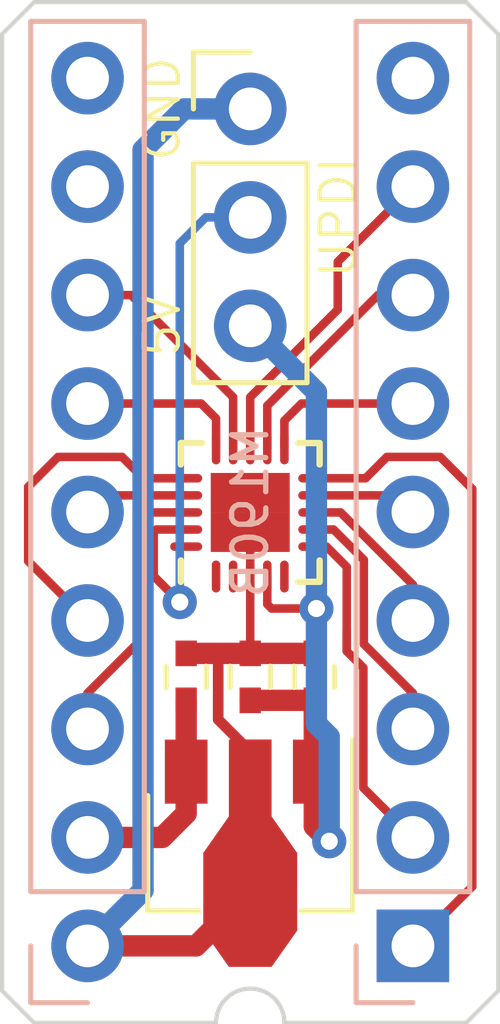
<source format=kicad_pcb>
(kicad_pcb (version 20171130) (host pcbnew "(5.1.7)-1")

  (general
    (thickness 1.6)
    (drawings 14)
    (tracks 100)
    (zones 0)
    (modules 8)
    (nets 25)
  )

  (page A4)
  (layers
    (0 F.Cu signal)
    (31 B.Cu signal)
    (32 B.Adhes user)
    (33 F.Adhes user)
    (34 B.Paste user)
    (35 F.Paste user)
    (36 B.SilkS user)
    (37 F.SilkS user)
    (38 B.Mask user)
    (39 F.Mask user)
    (40 Dwgs.User user)
    (41 Cmts.User user)
    (42 Eco1.User user)
    (43 Eco2.User user hide)
    (44 Edge.Cuts user)
    (45 Margin user)
    (46 B.CrtYd user hide)
    (47 F.CrtYd user)
    (48 B.Fab user hide)
    (49 F.Fab user hide)
  )

  (setup
    (last_trace_width 0.25)
    (user_trace_width 0.2)
    (user_trace_width 0.5)
    (trace_clearance 0.2)
    (zone_clearance 0.508)
    (zone_45_only no)
    (trace_min 0.2)
    (via_size 0.8)
    (via_drill 0.4)
    (via_min_size 0.4)
    (via_min_drill 0.3)
    (uvia_size 0.3)
    (uvia_drill 0.1)
    (uvias_allowed no)
    (uvia_min_size 0.2)
    (uvia_min_drill 0.1)
    (edge_width 0.05)
    (segment_width 0.2)
    (pcb_text_width 0.3)
    (pcb_text_size 1.5 1.5)
    (mod_edge_width 0.12)
    (mod_text_size 1 1)
    (mod_text_width 0.15)
    (pad_size 1.7 1.7)
    (pad_drill 1)
    (pad_to_mask_clearance 0)
    (aux_axis_origin 0 0)
    (visible_elements 7FFFFF7F)
    (pcbplotparams
      (layerselection 0x010fc_ffffffff)
      (usegerberextensions true)
      (usegerberattributes true)
      (usegerberadvancedattributes true)
      (creategerberjobfile false)
      (excludeedgelayer true)
      (linewidth 0.100000)
      (plotframeref false)
      (viasonmask false)
      (mode 1)
      (useauxorigin false)
      (hpglpennumber 1)
      (hpglpenspeed 20)
      (hpglpendiameter 15.000000)
      (psnegative false)
      (psa4output false)
      (plotreference true)
      (plotvalue false)
      (plotinvisibletext false)
      (padsonsilk false)
      (subtractmaskfromsilk true)
      (outputformat 1)
      (mirror false)
      (drillshape 0)
      (scaleselection 1)
      (outputdirectory "gerber"))
  )

  (net 0 "")
  (net 1 +5V)
  (net 2 IC3101_P1)
  (net 3 IC3101_P2)
  (net 4 IC3101_P3)
  (net 5 IC3101_P4)
  (net 6 IC3101_P5)
  (net 7 IC3101_P6)
  (net 8 IC3101_P7)
  (net 9 IC3101_P8)
  (net 10 IC3101_P16)
  (net 11 IC3101_P15)
  (net 12 IC3101_P14)
  (net 13 IC3101_P13)
  (net 14 IC3101_P12)
  (net 15 "Net-(J3-Pad8)")
  (net 16 GND)
  (net 17 +12V)
  (net 18 "Net-(U1-Pad1)")
  (net 19 "Net-(U1-Pad2)")
  (net 20 "Net-(U1-Pad5)")
  (net 21 "Net-(U1-Pad20)")
  (net 22 UPDI)
  (net 23 "Net-(J3-Pad9)")
  (net 24 "Net-(J5-Pad9)")

  (net_class Default "This is the default net class."
    (clearance 0.2)
    (trace_width 0.25)
    (via_dia 0.8)
    (via_drill 0.4)
    (uvia_dia 0.3)
    (uvia_drill 0.1)
    (add_net +12V)
    (add_net +5V)
    (add_net GND)
    (add_net IC3101_P1)
    (add_net IC3101_P12)
    (add_net IC3101_P13)
    (add_net IC3101_P14)
    (add_net IC3101_P15)
    (add_net IC3101_P16)
    (add_net IC3101_P2)
    (add_net IC3101_P3)
    (add_net IC3101_P4)
    (add_net IC3101_P5)
    (add_net IC3101_P6)
    (add_net IC3101_P7)
    (add_net IC3101_P8)
    (add_net "Net-(J3-Pad8)")
    (add_net "Net-(J3-Pad9)")
    (add_net "Net-(J5-Pad9)")
    (add_net "Net-(U1-Pad1)")
    (add_net "Net-(U1-Pad2)")
    (add_net "Net-(U1-Pad20)")
    (add_net "Net-(U1-Pad5)")
    (add_net UPDI)
  )

  (module Pin_Headers:Pin_Header_Straight_1x03_Pitch2.54mm (layer F.Cu) (tedit 634BCAA6) (tstamp 634C3E6D)
    (at 107.95 115)
    (descr "Through hole straight pin header, 1x03, 2.54mm pitch, single row")
    (tags "Through hole pin header THT 1x03 2.54mm single row")
    (path /5F951CFE)
    (fp_text reference J4 (at 0 -2.33) (layer F.SilkS) hide
      (effects (font (size 1 1) (thickness 0.15)))
    )
    (fp_text value Conn_01x03_Male (at 0 7.41) (layer F.Fab)
      (effects (font (size 1 1) (thickness 0.15)))
    )
    (fp_line (start 1.8 -1.8) (end -1.8 -1.8) (layer F.CrtYd) (width 0.05))
    (fp_line (start 1.8 6.85) (end 1.8 -1.8) (layer F.CrtYd) (width 0.05))
    (fp_line (start -1.8 6.85) (end 1.8 6.85) (layer F.CrtYd) (width 0.05))
    (fp_line (start -1.8 -1.8) (end -1.8 6.85) (layer F.CrtYd) (width 0.05))
    (fp_line (start -1.33 -1.33) (end 0 -1.33) (layer F.SilkS) (width 0.12))
    (fp_line (start -1.33 0) (end -1.33 -1.33) (layer F.SilkS) (width 0.12))
    (fp_line (start -1.33 1.27) (end 1.33 1.27) (layer F.SilkS) (width 0.12))
    (fp_line (start 1.33 1.27) (end 1.33 6.41) (layer F.SilkS) (width 0.12))
    (fp_line (start -1.33 1.27) (end -1.33 6.41) (layer F.SilkS) (width 0.12))
    (fp_line (start -1.33 6.41) (end 1.33 6.41) (layer F.SilkS) (width 0.12))
    (fp_line (start -1.27 -0.635) (end -0.635 -1.27) (layer F.Fab) (width 0.1))
    (fp_line (start -1.27 6.35) (end -1.27 -0.635) (layer F.Fab) (width 0.1))
    (fp_line (start 1.27 6.35) (end -1.27 6.35) (layer F.Fab) (width 0.1))
    (fp_line (start 1.27 -1.27) (end 1.27 6.35) (layer F.Fab) (width 0.1))
    (fp_line (start -0.635 -1.27) (end 1.27 -1.27) (layer F.Fab) (width 0.1))
    (fp_text user %R (at 0 2.54 90) (layer F.Fab)
      (effects (font (size 1 1) (thickness 0.15)))
    )
    (pad 1 thru_hole circle (at 0 0) (size 1.7 1.7) (drill 1) (layers *.Cu *.Mask)
      (net 16 GND))
    (pad 2 thru_hole oval (at 0 2.54) (size 1.7 1.7) (drill 1) (layers *.Cu *.Mask)
      (net 22 UPDI))
    (pad 3 thru_hole oval (at 0 5.08) (size 1.7 1.7) (drill 1) (layers *.Cu *.Mask)
      (net 1 +5V))
    (model ${KISYS3DMOD}/Pin_Headers.3dshapes/Pin_Header_Straight_1x03_Pitch2.54mm.wrl
      (at (xyz 0 0 0))
      (scale (xyz 1 1 1))
      (rotate (xyz 0 0 0))
    )
  )

  (module Pin_Headers:Pin_Header_Straight_1x09_Pitch2.54mm (layer B.Cu) (tedit 59650532) (tstamp 634C142C)
    (at 111.76 134.6)
    (descr "Through hole straight pin header, 1x09, 2.54mm pitch, single row")
    (tags "Through hole pin header THT 1x09 2.54mm single row")
    (path /634FB338)
    (fp_text reference J5 (at 0 2.33) (layer B.SilkS) hide
      (effects (font (size 1 1) (thickness 0.15)) (justify mirror))
    )
    (fp_text value Conn_01x09 (at 0 -22.65) (layer B.Fab)
      (effects (font (size 1 1) (thickness 0.15)) (justify mirror))
    )
    (fp_line (start 1.8 1.8) (end -1.8 1.8) (layer B.CrtYd) (width 0.05))
    (fp_line (start 1.8 -22.1) (end 1.8 1.8) (layer B.CrtYd) (width 0.05))
    (fp_line (start -1.8 -22.1) (end 1.8 -22.1) (layer B.CrtYd) (width 0.05))
    (fp_line (start -1.8 1.8) (end -1.8 -22.1) (layer B.CrtYd) (width 0.05))
    (fp_line (start -1.33 1.33) (end 0 1.33) (layer B.SilkS) (width 0.12))
    (fp_line (start -1.33 0) (end -1.33 1.33) (layer B.SilkS) (width 0.12))
    (fp_line (start -1.33 -1.27) (end 1.33 -1.27) (layer B.SilkS) (width 0.12))
    (fp_line (start 1.33 -1.27) (end 1.33 -21.65) (layer B.SilkS) (width 0.12))
    (fp_line (start -1.33 -1.27) (end -1.33 -21.65) (layer B.SilkS) (width 0.12))
    (fp_line (start -1.33 -21.65) (end 1.33 -21.65) (layer B.SilkS) (width 0.12))
    (fp_line (start -1.27 0.635) (end -0.635 1.27) (layer B.Fab) (width 0.1))
    (fp_line (start -1.27 -21.59) (end -1.27 0.635) (layer B.Fab) (width 0.1))
    (fp_line (start 1.27 -21.59) (end -1.27 -21.59) (layer B.Fab) (width 0.1))
    (fp_line (start 1.27 1.27) (end 1.27 -21.59) (layer B.Fab) (width 0.1))
    (fp_line (start -0.635 1.27) (end 1.27 1.27) (layer B.Fab) (width 0.1))
    (fp_text user %R (at 0 -10.16 -90) (layer B.Fab)
      (effects (font (size 1 1) (thickness 0.15)) (justify mirror))
    )
    (pad 1 thru_hole rect (at 0 0) (size 1.7 1.7) (drill 1) (layers *.Cu *.Mask)
      (net 2 IC3101_P1))
    (pad 2 thru_hole oval (at 0 -2.54) (size 1.7 1.7) (drill 1) (layers *.Cu *.Mask)
      (net 3 IC3101_P2))
    (pad 3 thru_hole oval (at 0 -5.08) (size 1.7 1.7) (drill 1) (layers *.Cu *.Mask)
      (net 4 IC3101_P3))
    (pad 4 thru_hole oval (at 0 -7.62) (size 1.7 1.7) (drill 1) (layers *.Cu *.Mask)
      (net 5 IC3101_P4))
    (pad 5 thru_hole oval (at 0 -10.16) (size 1.7 1.7) (drill 1) (layers *.Cu *.Mask)
      (net 6 IC3101_P5))
    (pad 6 thru_hole oval (at 0 -12.7) (size 1.7 1.7) (drill 1) (layers *.Cu *.Mask)
      (net 7 IC3101_P6))
    (pad 7 thru_hole oval (at 0 -15.24) (size 1.7 1.7) (drill 1) (layers *.Cu *.Mask)
      (net 8 IC3101_P7))
    (pad 8 thru_hole oval (at 0 -17.78) (size 1.7 1.7) (drill 1) (layers *.Cu *.Mask)
      (net 9 IC3101_P8))
    (pad 9 thru_hole oval (at 0 -20.32) (size 1.7 1.7) (drill 1) (layers *.Cu *.Mask)
      (net 24 "Net-(J5-Pad9)"))
    (model ${KISYS3DMOD}/Pin_Headers.3dshapes/Pin_Header_Straight_1x09_Pitch2.54mm.wrl
      (at (xyz 0 0 0))
      (scale (xyz 1 1 1))
      (rotate (xyz 0 0 0))
    )
  )

  (module Pin_Headers:Pin_Header_Straight_1x09_Pitch2.54mm (layer B.Cu) (tedit 634BC773) (tstamp 634C0EC3)
    (at 104.14 134.6)
    (descr "Through hole straight pin header, 1x09, 2.54mm pitch, single row")
    (tags "Through hole pin header THT 1x09 2.54mm single row")
    (path /634F9F9B)
    (fp_text reference J3 (at 0 2.33) (layer B.SilkS) hide
      (effects (font (size 1 1) (thickness 0.15)) (justify mirror))
    )
    (fp_text value Conn_01x09 (at 0 -22.65) (layer B.Fab)
      (effects (font (size 1 1) (thickness 0.15)) (justify mirror))
    )
    (fp_line (start 1.8 1.8) (end -1.8 1.8) (layer B.CrtYd) (width 0.05))
    (fp_line (start 1.8 -22.1) (end 1.8 1.8) (layer B.CrtYd) (width 0.05))
    (fp_line (start -1.8 -22.1) (end 1.8 -22.1) (layer B.CrtYd) (width 0.05))
    (fp_line (start -1.8 1.8) (end -1.8 -22.1) (layer B.CrtYd) (width 0.05))
    (fp_line (start -1.33 1.33) (end 0 1.33) (layer B.SilkS) (width 0.12))
    (fp_line (start -1.33 0) (end -1.33 1.33) (layer B.SilkS) (width 0.12))
    (fp_line (start -1.33 -1.27) (end 1.33 -1.27) (layer B.SilkS) (width 0.12))
    (fp_line (start 1.33 -1.27) (end 1.33 -21.65) (layer B.SilkS) (width 0.12))
    (fp_line (start -1.33 -1.27) (end -1.33 -21.65) (layer B.SilkS) (width 0.12))
    (fp_line (start -1.33 -21.65) (end 1.33 -21.65) (layer B.SilkS) (width 0.12))
    (fp_line (start -1.27 0.635) (end -0.635 1.27) (layer B.Fab) (width 0.1))
    (fp_line (start -1.27 -21.59) (end -1.27 0.635) (layer B.Fab) (width 0.1))
    (fp_line (start 1.27 -21.59) (end -1.27 -21.59) (layer B.Fab) (width 0.1))
    (fp_line (start 1.27 1.27) (end 1.27 -21.59) (layer B.Fab) (width 0.1))
    (fp_line (start -0.635 1.27) (end 1.27 1.27) (layer B.Fab) (width 0.1))
    (fp_text user %R (at 0 -10.16 -90) (layer B.Fab)
      (effects (font (size 1 1) (thickness 0.15)) (justify mirror))
    )
    (pad 1 thru_hole circle (at 0 0) (size 1.7 1.7) (drill 1) (layers *.Cu *.Mask)
      (net 16 GND))
    (pad 2 thru_hole oval (at 0 -2.54) (size 1.7 1.7) (drill 1) (layers *.Cu *.Mask)
      (net 17 +12V))
    (pad 3 thru_hole oval (at 0 -5.08) (size 1.7 1.7) (drill 1) (layers *.Cu *.Mask)
      (net 10 IC3101_P16))
    (pad 4 thru_hole oval (at 0 -7.62) (size 1.7 1.7) (drill 1) (layers *.Cu *.Mask)
      (net 11 IC3101_P15))
    (pad 5 thru_hole oval (at 0 -10.16) (size 1.7 1.7) (drill 1) (layers *.Cu *.Mask)
      (net 12 IC3101_P14))
    (pad 6 thru_hole oval (at 0 -12.7) (size 1.7 1.7) (drill 1) (layers *.Cu *.Mask)
      (net 13 IC3101_P13))
    (pad 7 thru_hole oval (at 0 -15.24) (size 1.7 1.7) (drill 1) (layers *.Cu *.Mask)
      (net 14 IC3101_P12))
    (pad 8 thru_hole oval (at 0 -17.78) (size 1.7 1.7) (drill 1) (layers *.Cu *.Mask)
      (net 15 "Net-(J3-Pad8)"))
    (pad 9 thru_hole oval (at 0 -20.32) (size 1.7 1.7) (drill 1) (layers *.Cu *.Mask)
      (net 23 "Net-(J3-Pad9)"))
    (model ${KISYS3DMOD}/Pin_Headers.3dshapes/Pin_Header_Straight_1x09_Pitch2.54mm.wrl
      (at (xyz 0 0 0))
      (scale (xyz 1 1 1))
      (rotate (xyz 0 0 0))
    )
  )

  (module TO_SOT_Packages_SMD:SOT-89-3 (layer F.Cu) (tedit 591F0203) (tstamp 5F93F124)
    (at 107.95 132 270)
    (descr SOT-89-3)
    (tags SOT-89-3)
    (path /5F91DCB9)
    (attr smd)
    (fp_text reference U101 (at 0.45 -3.2 90) (layer F.SilkS) hide
      (effects (font (size 0.5 0.5) (thickness 0.1)))
    )
    (fp_text value L78L05_SOT89 (at 0.45 3.25 90) (layer F.SilkS) hide
      (effects (font (size 0.5 0.5) (thickness 0.1)))
    )
    (fp_line (start 1.78 1.2) (end 1.78 2.4) (layer F.SilkS) (width 0.12))
    (fp_line (start 1.78 2.4) (end -0.92 2.4) (layer F.SilkS) (width 0.12))
    (fp_line (start -2.22 -2.4) (end 1.78 -2.4) (layer F.SilkS) (width 0.12))
    (fp_line (start 1.78 -2.4) (end 1.78 -1.2) (layer F.SilkS) (width 0.12))
    (fp_line (start -0.92 -1.51) (end -0.13 -2.3) (layer F.Fab) (width 0.1))
    (fp_line (start 1.68 -2.3) (end 1.68 2.3) (layer F.Fab) (width 0.1))
    (fp_line (start 1.68 2.3) (end -0.92 2.3) (layer F.Fab) (width 0.1))
    (fp_line (start -0.92 2.3) (end -0.92 -1.51) (layer F.Fab) (width 0.1))
    (fp_line (start -0.13 -2.3) (end 1.68 -2.3) (layer F.Fab) (width 0.1))
    (fp_line (start 3.23 -2.55) (end 3.23 2.55) (layer F.CrtYd) (width 0.05))
    (fp_line (start 3.23 -2.55) (end -2.48 -2.55) (layer F.CrtYd) (width 0.05))
    (fp_line (start -2.48 2.55) (end 3.23 2.55) (layer F.CrtYd) (width 0.05))
    (fp_line (start -2.48 2.55) (end -2.48 -2.55) (layer F.CrtYd) (width 0.05))
    (fp_text user %R (at 0.38 0) (layer F.SilkS) hide
      (effects (font (size 0.5 0.5) (thickness 0.1)))
    )
    (pad 2 smd trapezoid (at 2.667 0 180) (size 1.6 0.85) (rect_delta 0 0.6 ) (layers F.Cu F.Paste F.Mask)
      (net 16 GND))
    (pad 1 smd rect (at -1.48 -1.5 180) (size 1 1.5) (layers F.Cu F.Paste F.Mask)
      (net 1 +5V))
    (pad 2 smd rect (at -1.3335 0 180) (size 1 1.8) (layers F.Cu F.Paste F.Mask)
      (net 16 GND))
    (pad 3 smd rect (at -1.48 1.5 180) (size 1 1.5) (layers F.Cu F.Paste F.Mask)
      (net 17 +12V))
    (pad 2 smd rect (at 1.3335 0 180) (size 2.2 1.84) (layers F.Cu F.Paste F.Mask)
      (net 16 GND))
    (pad 2 smd trapezoid (at -0.0762 0) (size 1.5 1) (rect_delta 0 0.7 ) (layers F.Cu F.Paste F.Mask)
      (net 16 GND))
    (model ${KISYS3DMOD}/TO_SOT_Packages_SMD.3dshapes/SOT-89-3.wrl
      (at (xyz 0 0 0))
      (scale (xyz 1 1 1))
      (rotate (xyz 0 0 0))
    )
  )

  (module Housings_DFN_QFN:UQFN-20-1EP_3x3mm_Pitch0.4mm (layer F.Cu) (tedit 54130A77) (tstamp 634B0225)
    (at 107.95 124.45 90)
    (descr "20-Lead Ultra Thin Plastic Quad Flat, No Lead Package (JP) - 3x3x0.50 mm Body [UQFN]; (see Microchip Packaging Specification 00000049BS.pdf)")
    (tags "QFN 0.4")
    (path /634C6E9B)
    (attr smd)
    (fp_text reference U1 (at 0 0 90) (layer B.SilkS) hide
      (effects (font (size 1 1) (thickness 0.15)) (justify mirror))
    )
    (fp_text value ATtiny1616-M (at 0 2.875 90) (layer F.Fab)
      (effects (font (size 1 1) (thickness 0.15)))
    )
    (fp_line (start 1.625 -1.625) (end 1.125 -1.625) (layer F.SilkS) (width 0.15))
    (fp_line (start 1.625 1.625) (end 1.125 1.625) (layer F.SilkS) (width 0.15))
    (fp_line (start -1.625 1.625) (end -1.125 1.625) (layer F.SilkS) (width 0.15))
    (fp_line (start -1.625 -1.625) (end -1.125 -1.625) (layer F.SilkS) (width 0.15))
    (fp_line (start 1.625 1.625) (end 1.625 1.125) (layer F.SilkS) (width 0.15))
    (fp_line (start -1.625 1.625) (end -1.625 1.125) (layer F.SilkS) (width 0.15))
    (fp_line (start 1.625 -1.625) (end 1.625 -1.125) (layer F.SilkS) (width 0.15))
    (fp_line (start -2.15 2.15) (end 2.15 2.15) (layer F.CrtYd) (width 0.05))
    (fp_line (start -2.15 -2.15) (end 2.15 -2.15) (layer F.CrtYd) (width 0.05))
    (fp_line (start 2.15 -2.15) (end 2.15 2.15) (layer F.CrtYd) (width 0.05))
    (fp_line (start -2.15 -2.15) (end -2.15 2.15) (layer F.CrtYd) (width 0.05))
    (fp_line (start -1.5 -0.5) (end -0.5 -1.5) (layer F.Fab) (width 0.15))
    (fp_line (start -1.5 1.5) (end -1.5 -0.5) (layer F.Fab) (width 0.15))
    (fp_line (start 1.5 1.5) (end -1.5 1.5) (layer F.Fab) (width 0.15))
    (fp_line (start 1.5 -1.5) (end 1.5 1.5) (layer F.Fab) (width 0.15))
    (fp_line (start -0.5 -1.5) (end 1.5 -1.5) (layer F.Fab) (width 0.15))
    (pad 1 smd oval (at -1.5 -0.8 90) (size 0.75 0.2) (layers F.Cu F.Paste F.Mask)
      (net 18 "Net-(U1-Pad1)"))
    (pad 2 smd oval (at -1.5 -0.4 90) (size 0.75 0.2) (layers F.Cu F.Paste F.Mask)
      (net 19 "Net-(U1-Pad2)"))
    (pad 3 smd oval (at -1.5 0 90) (size 0.75 0.2) (layers F.Cu F.Paste F.Mask)
      (net 16 GND))
    (pad 4 smd oval (at -1.5 0.4 90) (size 0.75 0.2) (layers F.Cu F.Paste F.Mask)
      (net 1 +5V))
    (pad 5 smd oval (at -1.5 0.8 90) (size 0.75 0.2) (layers F.Cu F.Paste F.Mask)
      (net 20 "Net-(U1-Pad5)"))
    (pad 6 smd oval (at -0.8 1.5 180) (size 0.75 0.2) (layers F.Cu F.Paste F.Mask)
      (net 3 IC3101_P2))
    (pad 7 smd oval (at -0.4 1.5 180) (size 0.75 0.2) (layers F.Cu F.Paste F.Mask)
      (net 4 IC3101_P3))
    (pad 8 smd oval (at 0 1.5 180) (size 0.75 0.2) (layers F.Cu F.Paste F.Mask)
      (net 5 IC3101_P4))
    (pad 9 smd oval (at 0.4 1.5 180) (size 0.75 0.2) (layers F.Cu F.Paste F.Mask)
      (net 6 IC3101_P5))
    (pad 10 smd oval (at 0.8 1.5 180) (size 0.75 0.2) (layers F.Cu F.Paste F.Mask)
      (net 2 IC3101_P1))
    (pad 11 smd oval (at 1.5 0.8 90) (size 0.75 0.2) (layers F.Cu F.Paste F.Mask)
      (net 7 IC3101_P6))
    (pad 12 smd oval (at 1.5 0.4 90) (size 0.75 0.2) (layers F.Cu F.Paste F.Mask)
      (net 8 IC3101_P7))
    (pad 13 smd oval (at 1.5 0 90) (size 0.75 0.2) (layers F.Cu F.Paste F.Mask)
      (net 9 IC3101_P8))
    (pad 14 smd oval (at 1.5 -0.4 90) (size 0.75 0.2) (layers F.Cu F.Paste F.Mask)
      (net 14 IC3101_P12))
    (pad 15 smd oval (at 1.5 -0.8 90) (size 0.75 0.2) (layers F.Cu F.Paste F.Mask)
      (net 13 IC3101_P13))
    (pad 16 smd oval (at 0.8 -1.5 180) (size 0.75 0.2) (layers F.Cu F.Paste F.Mask)
      (net 11 IC3101_P15))
    (pad 17 smd oval (at 0.4 -1.5 180) (size 0.75 0.2) (layers F.Cu F.Paste F.Mask)
      (net 12 IC3101_P14))
    (pad 18 smd oval (at 0 -1.5 180) (size 0.75 0.2) (layers F.Cu F.Paste F.Mask)
      (net 10 IC3101_P16))
    (pad 19 smd oval (at -0.4 -1.5 180) (size 0.75 0.2) (layers F.Cu F.Paste F.Mask)
      (net 22 UPDI))
    (pad 20 smd oval (at -0.8 -1.5 180) (size 0.75 0.2) (layers F.Cu F.Paste F.Mask)
      (net 21 "Net-(U1-Pad20)"))
    (pad 21 smd rect (at 0.4625 0.4625 90) (size 0.925 0.925) (layers F.Cu F.Paste F.Mask)
      (net 16 GND) (solder_paste_margin_ratio -0.2))
    (pad 21 smd rect (at 0.4625 -0.4625 90) (size 0.925 0.925) (layers F.Cu F.Paste F.Mask)
      (net 16 GND) (solder_paste_margin_ratio -0.2))
    (pad 21 smd rect (at -0.4625 0.4625 90) (size 0.925 0.925) (layers F.Cu F.Paste F.Mask)
      (net 16 GND) (solder_paste_margin_ratio -0.2))
    (pad 21 smd rect (at -0.4625 -0.4625 90) (size 0.925 0.925) (layers F.Cu F.Paste F.Mask)
      (net 16 GND) (solder_paste_margin_ratio -0.2))
    (model ${KISYS3DMOD}/Housings_DFN_QFN.3dshapes/UQFN-20-1EP_3x3mm_Pitch0.4mm.wrl
      (at (xyz 0 0 0))
      (scale (xyz 1 1 1))
      (rotate (xyz 0 0 0))
    )
  )

  (module Capacitors_SMD:C_0402 (layer F.Cu) (tedit 58AA841A) (tstamp 5F93F0CD)
    (at 107.95 128.3 90)
    (descr "Capacitor SMD 0402, reflow soldering, AVX (see smccp.pdf)")
    (tags "capacitor 0402")
    (path /5F93016B)
    (attr smd)
    (fp_text reference C103 (at 0 -1.27 90) (layer F.SilkS) hide
      (effects (font (size 0.5 0.5) (thickness 0.1)))
    )
    (fp_text value 100nF (at 0 1.27 90) (layer F.SilkS) hide
      (effects (font (size 0.5 0.5) (thickness 0.1)))
    )
    (fp_line (start -0.5 0.25) (end -0.5 -0.25) (layer F.Fab) (width 0.1))
    (fp_line (start 0.5 0.25) (end -0.5 0.25) (layer F.Fab) (width 0.1))
    (fp_line (start 0.5 -0.25) (end 0.5 0.25) (layer F.Fab) (width 0.1))
    (fp_line (start -0.5 -0.25) (end 0.5 -0.25) (layer F.Fab) (width 0.1))
    (fp_line (start 0.25 -0.47) (end -0.25 -0.47) (layer F.SilkS) (width 0.12))
    (fp_line (start -0.25 0.47) (end 0.25 0.47) (layer F.SilkS) (width 0.12))
    (fp_line (start -1 -0.4) (end 1 -0.4) (layer F.CrtYd) (width 0.05))
    (fp_line (start -1 -0.4) (end -1 0.4) (layer F.CrtYd) (width 0.05))
    (fp_line (start 1 0.4) (end 1 -0.4) (layer F.CrtYd) (width 0.05))
    (fp_line (start 1 0.4) (end -1 0.4) (layer F.CrtYd) (width 0.05))
    (fp_text user %R (at 0 -1.27 90) (layer F.SilkS) hide
      (effects (font (size 0.5 0.5) (thickness 0.1)))
    )
    (pad 1 smd rect (at -0.55 0 90) (size 0.6 0.5) (layers F.Cu F.Paste F.Mask)
      (net 1 +5V))
    (pad 2 smd rect (at 0.55 0 90) (size 0.6 0.5) (layers F.Cu F.Paste F.Mask)
      (net 16 GND))
    (model Capacitors_SMD.3dshapes/C_0402.wrl
      (at (xyz 0 0 0))
      (scale (xyz 1 1 1))
      (rotate (xyz 0 0 0))
    )
  )

  (module Capacitors_SMD:C_0402 (layer F.Cu) (tedit 58AA841A) (tstamp 5F93F0CA)
    (at 109.45 128.3 90)
    (descr "Capacitor SMD 0402, reflow soldering, AVX (see smccp.pdf)")
    (tags "capacitor 0402")
    (path /5F92F6A5)
    (attr smd)
    (fp_text reference C102 (at 0 -1.27 90) (layer F.SilkS) hide
      (effects (font (size 0.5 0.5) (thickness 0.1)))
    )
    (fp_text value 4µ7 (at 0 1.27 90) (layer F.SilkS) hide
      (effects (font (size 0.5 0.5) (thickness 0.1)))
    )
    (fp_line (start -0.5 0.25) (end -0.5 -0.25) (layer F.Fab) (width 0.1))
    (fp_line (start 0.5 0.25) (end -0.5 0.25) (layer F.Fab) (width 0.1))
    (fp_line (start 0.5 -0.25) (end 0.5 0.25) (layer F.Fab) (width 0.1))
    (fp_line (start -0.5 -0.25) (end 0.5 -0.25) (layer F.Fab) (width 0.1))
    (fp_line (start 0.25 -0.47) (end -0.25 -0.47) (layer F.SilkS) (width 0.12))
    (fp_line (start -0.25 0.47) (end 0.25 0.47) (layer F.SilkS) (width 0.12))
    (fp_line (start -1 -0.4) (end 1 -0.4) (layer F.CrtYd) (width 0.05))
    (fp_line (start -1 -0.4) (end -1 0.4) (layer F.CrtYd) (width 0.05))
    (fp_line (start 1 0.4) (end 1 -0.4) (layer F.CrtYd) (width 0.05))
    (fp_line (start 1 0.4) (end -1 0.4) (layer F.CrtYd) (width 0.05))
    (fp_text user %R (at 0 -1.27 90) (layer F.SilkS) hide
      (effects (font (size 0.5 0.5) (thickness 0.1)))
    )
    (pad 1 smd rect (at -0.55 0 90) (size 0.6 0.5) (layers F.Cu F.Paste F.Mask)
      (net 1 +5V))
    (pad 2 smd rect (at 0.55 0 90) (size 0.6 0.5) (layers F.Cu F.Paste F.Mask)
      (net 16 GND))
    (model Capacitors_SMD.3dshapes/C_0402.wrl
      (at (xyz 0 0 0))
      (scale (xyz 1 1 1))
      (rotate (xyz 0 0 0))
    )
  )

  (module Capacitors_SMD:C_0402 (layer F.Cu) (tedit 58AA841A) (tstamp 5F93F0C7)
    (at 106.45 128.3 90)
    (descr "Capacitor SMD 0402, reflow soldering, AVX (see smccp.pdf)")
    (tags "capacitor 0402")
    (path /5FB67FA7)
    (attr smd)
    (fp_text reference C101 (at 0 -1.27 90) (layer F.SilkS) hide
      (effects (font (size 0.5 0.5) (thickness 0.1)))
    )
    (fp_text value 100nF (at 0 1.27 90) (layer F.SilkS) hide
      (effects (font (size 0.5 0.5) (thickness 0.1)))
    )
    (fp_line (start -0.5 0.25) (end -0.5 -0.25) (layer F.Fab) (width 0.1))
    (fp_line (start 0.5 0.25) (end -0.5 0.25) (layer F.Fab) (width 0.1))
    (fp_line (start 0.5 -0.25) (end 0.5 0.25) (layer F.Fab) (width 0.1))
    (fp_line (start -0.5 -0.25) (end 0.5 -0.25) (layer F.Fab) (width 0.1))
    (fp_line (start 0.25 -0.47) (end -0.25 -0.47) (layer F.SilkS) (width 0.12))
    (fp_line (start -0.25 0.47) (end 0.25 0.47) (layer F.SilkS) (width 0.12))
    (fp_line (start -1 -0.4) (end 1 -0.4) (layer F.CrtYd) (width 0.05))
    (fp_line (start -1 -0.4) (end -1 0.4) (layer F.CrtYd) (width 0.05))
    (fp_line (start 1 0.4) (end 1 -0.4) (layer F.CrtYd) (width 0.05))
    (fp_line (start 1 0.4) (end -1 0.4) (layer F.CrtYd) (width 0.05))
    (fp_text user %R (at 0 -1.27 90) (layer F.SilkS) hide
      (effects (font (size 0.5 0.5) (thickness 0.1)))
    )
    (pad 1 smd rect (at -0.55 0 90) (size 0.6 0.5) (layers F.Cu F.Paste F.Mask)
      (net 17 +12V))
    (pad 2 smd rect (at 0.55 0 90) (size 0.6 0.5) (layers F.Cu F.Paste F.Mask)
      (net 16 GND))
    (model Capacitors_SMD.3dshapes/C_0402.wrl
      (at (xyz 0 0 0))
      (scale (xyz 1 1 1))
      (rotate (xyz 0 0 0))
    )
  )

  (gr_line (start 113.01 136.4) (end 108.75 136.4) (layer Edge.Cuts) (width 0.1) (tstamp 6385D3A4))
  (gr_text M190B (at 107.95 124.44 90) (layer B.SilkS)
    (effects (font (size 0.8 0.8) (thickness 0.125)) (justify mirror))
  )
  (gr_text 5V (at 105.89 120.08 90) (layer F.SilkS) (tstamp 634C6628)
    (effects (font (size 0.8 0.8) (thickness 0.1)))
  )
  (gr_text GND (at 105.89 115 90) (layer F.SilkS) (tstamp 634C6623)
    (effects (font (size 0.8 0.8) (thickness 0.1)))
  )
  (gr_text UPDI (at 110.01 117.54 90) (layer F.SilkS)
    (effects (font (size 0.8 0.8) (thickness 0.1)))
  )
  (gr_line (start 113.76 113.25) (end 113.01 112.5) (layer Edge.Cuts) (width 0.1) (tstamp 634B7FB0))
  (gr_line (start 102.89 136.4) (end 102.14 135.65) (layer Edge.Cuts) (width 0.1) (tstamp 634B7FA5))
  (gr_line (start 113.01 136.4) (end 113.76 135.65) (layer Edge.Cuts) (width 0.1) (tstamp 634B7F9D))
  (gr_line (start 102.89 112.5) (end 102.14 113.25) (layer Edge.Cuts) (width 0.1) (tstamp 634B7F94))
  (gr_arc (start 107.95 136.4) (end 108.75 136.4) (angle -180) (layer Edge.Cuts) (width 0.1))
  (gr_line (start 102.89 112.5) (end 113.01 112.5) (layer Edge.Cuts) (width 0.1) (tstamp 634B7F24))
  (gr_line (start 113.76 113.25) (end 113.76 135.65) (layer Edge.Cuts) (width 0.1))
  (gr_line (start 102.14 135.65) (end 102.14 113.25) (layer Edge.Cuts) (width 0.1))
  (gr_line (start 107.15 136.4) (end 102.89 136.4) (layer Edge.Cuts) (width 0.1))

  (via (at 109.5 126.7) (size 0.8) (drill 0.4) (layers F.Cu B.Cu) (net 1))
  (segment (start 107.95 128.85) (end 109.45 128.85) (width 0.5) (layer F.Cu) (net 1))
  (segment (start 109.45 128.85) (end 109.45 130.52) (width 0.5) (layer F.Cu) (net 1))
  (segment (start 108.35 125.95) (end 108.35 126.6) (width 0.2) (layer F.Cu) (net 1))
  (segment (start 108.45 126.7) (end 109.5 126.7) (width 0.2) (layer F.Cu) (net 1))
  (segment (start 108.35 126.6) (end 108.45 126.7) (width 0.2) (layer F.Cu) (net 1))
  (via (at 109.8 132.15) (size 0.8) (drill 0.4) (layers F.Cu B.Cu) (net 1))
  (segment (start 109.45 131.8) (end 109.8 132.15) (width 0.5) (layer F.Cu) (net 1))
  (segment (start 109.45 130.52) (end 109.45 131.8) (width 0.5) (layer F.Cu) (net 1))
  (segment (start 109.5 121.63) (end 107.95 120.08) (width 0.5) (layer B.Cu) (net 1))
  (segment (start 109.5 126.7) (end 109.5 121.63) (width 0.5) (layer B.Cu) (net 1))
  (segment (start 109.5 129.4) (end 109.8 129.7) (width 0.5) (layer B.Cu) (net 1))
  (segment (start 109.5 126.7) (end 109.5 129.4) (width 0.5) (layer B.Cu) (net 1))
  (segment (start 109.8 132.15) (end 109.8 129.7) (width 0.5) (layer B.Cu) (net 1))
  (segment (start 113.15 133.21) (end 111.76 134.6) (width 0.2) (layer F.Cu) (net 2))
  (segment (start 113.15 123.9) (end 113.15 133.21) (width 0.2) (layer F.Cu) (net 2))
  (segment (start 112.4 123.15) (end 113.15 123.9) (width 0.2) (layer F.Cu) (net 2))
  (segment (start 110.65 123.65) (end 111.15 123.15) (width 0.2) (layer F.Cu) (net 2))
  (segment (start 111.15 123.15) (end 112.4 123.15) (width 0.2) (layer F.Cu) (net 2))
  (segment (start 109.45 123.65) (end 110.65 123.65) (width 0.2) (layer F.Cu) (net 2))
  (segment (start 110.6 130.9) (end 111.76 132.06) (width 0.2) (layer F.Cu) (net 3))
  (segment (start 110.209991 127.697691) (end 110.209991 127.209991) (width 0.2) (layer F.Cu) (net 3))
  (segment (start 110.6 128.0877) (end 110.209991 127.697691) (width 0.2) (layer F.Cu) (net 3))
  (segment (start 110.6 128.0877) (end 110.209989 127.69769) (width 0.2) (layer F.Cu) (net 3))
  (segment (start 110.6 128.0877) (end 110.6 128.4) (width 0.2) (layer F.Cu) (net 3))
  (segment (start 110.6 128.4) (end 110.6 130.9) (width 0.2) (layer F.Cu) (net 3))
  (segment (start 110.209989 127.69769) (end 110.209989 125.723388) (width 0.2) (layer F.Cu) (net 3))
  (segment (start 109.736601 125.25) (end 109.45 125.25) (width 0.2) (layer F.Cu) (net 3))
  (segment (start 110.209989 125.723388) (end 109.736601 125.25) (width 0.2) (layer F.Cu) (net 3))
  (segment (start 110.609999 127.532001) (end 111.76 128.682002) (width 0.2) (layer F.Cu) (net 4))
  (segment (start 110.609999 125.557699) (end 110.609999 127.532001) (width 0.2) (layer F.Cu) (net 4))
  (segment (start 111.76 128.682002) (end 111.76 129.52) (width 0.2) (layer F.Cu) (net 4))
  (segment (start 109.902299 124.85) (end 110.609999 125.557699) (width 0.2) (layer F.Cu) (net 4))
  (segment (start 109.45 124.85) (end 109.902299 124.85) (width 0.2) (layer F.Cu) (net 4))
  (segment (start 111.76 126.142002) (end 111.76 126.98) (width 0.2) (layer F.Cu) (net 5))
  (segment (start 110.067998 124.45) (end 111.76 126.142002) (width 0.2) (layer F.Cu) (net 5))
  (segment (start 109.45 124.45) (end 110.067998 124.45) (width 0.2) (layer F.Cu) (net 5))
  (segment (start 111.37 124.05) (end 111.76 124.44) (width 0.2) (layer F.Cu) (net 6))
  (segment (start 109.45 124.05) (end 111.37 124.05) (width 0.2) (layer F.Cu) (net 6))
  (segment (start 108.75 122.95) (end 108.75 122.3) (width 0.2) (layer F.Cu) (net 7))
  (segment (start 109.15 121.9) (end 111.76 121.9) (width 0.2) (layer F.Cu) (net 7))
  (segment (start 108.75 122.3) (end 109.15 121.9) (width 0.2) (layer F.Cu) (net 7))
  (segment (start 111.76 119.36) (end 110.94 119.36) (width 0.2) (layer F.Cu) (net 8))
  (segment (start 110.94 119.36) (end 108.35 121.95) (width 0.2) (layer F.Cu) (net 8))
  (segment (start 108.35 122.95) (end 108.35 121.95) (width 0.2) (layer F.Cu) (net 8))
  (segment (start 110 118.58) (end 111.76 116.82) (width 0.2) (layer F.Cu) (net 9))
  (segment (start 110 119.7) (end 110 118.58) (width 0.2) (layer F.Cu) (net 9))
  (segment (start 107.95 121.75) (end 110 119.7) (width 0.2) (layer F.Cu) (net 9))
  (segment (start 107.95 122.95) (end 107.95 121.75) (width 0.2) (layer F.Cu) (net 9))
  (segment (start 105.540001 124.45) (end 106.45 124.45) (width 0.2) (layer F.Cu) (net 10))
  (segment (start 105.290001 124.7) (end 105.540001 124.45) (width 0.2) (layer F.Cu) (net 10))
  (segment (start 105.290001 127.532001) (end 105.290001 124.7) (width 0.2) (layer F.Cu) (net 10))
  (segment (start 104.14 128.682002) (end 105.290001 127.532001) (width 0.2) (layer F.Cu) (net 10))
  (segment (start 104.14 129.52) (end 104.14 128.682002) (width 0.2) (layer F.Cu) (net 10))
  (segment (start 106.45 123.65) (end 105.45 123.65) (width 0.2) (layer F.Cu) (net 11))
  (segment (start 105.45 123.65) (end 104.95 123.15) (width 0.2) (layer F.Cu) (net 11))
  (segment (start 104.95 123.15) (end 103.45 123.15) (width 0.2) (layer F.Cu) (net 11))
  (segment (start 103.45 123.15) (end 102.75 123.85) (width 0.2) (layer F.Cu) (net 11))
  (segment (start 102.75 125.59) (end 104.14 126.98) (width 0.2) (layer F.Cu) (net 11))
  (segment (start 102.75 123.85) (end 102.75 125.59) (width 0.2) (layer F.Cu) (net 11))
  (segment (start 104.53 124.05) (end 104.14 124.44) (width 0.2) (layer F.Cu) (net 12))
  (segment (start 106.45 124.05) (end 104.53 124.05) (width 0.2) (layer F.Cu) (net 12))
  (segment (start 107.15 122.95) (end 107.15 122.25) (width 0.2) (layer F.Cu) (net 13))
  (segment (start 106.8 121.9) (end 104.14 121.9) (width 0.2) (layer F.Cu) (net 13))
  (segment (start 107.15 122.25) (end 106.8 121.9) (width 0.2) (layer F.Cu) (net 13))
  (segment (start 105.16 119.36) (end 104.14 119.36) (width 0.2) (layer F.Cu) (net 14))
  (segment (start 107.55 121.75) (end 105.16 119.36) (width 0.2) (layer F.Cu) (net 14))
  (segment (start 107.55 122.95) (end 107.55 121.75) (width 0.2) (layer F.Cu) (net 14))
  (segment (start 106.6835 134.6) (end 107.95 133.3335) (width 0.5) (layer F.Cu) (net 16))
  (segment (start 104.14 134.6) (end 106.6835 134.6) (width 0.5) (layer F.Cu) (net 16))
  (segment (start 107.95 134.667) (end 107.95 130.6665) (width 0.5) (layer F.Cu) (net 16))
  (segment (start 107.95 125.95) (end 107.95 127.75) (width 0.2) (layer F.Cu) (net 16))
  (segment (start 107.95 124.45) (end 108.4125 123.9875) (width 0.2) (layer F.Cu) (net 16))
  (segment (start 107.95 125.95) (end 107.95 124.45) (width 0.2) (layer F.Cu) (net 16))
  (segment (start 108.4125 124.9125) (end 107.4875 124.9125) (width 0.2) (layer F.Cu) (net 16))
  (segment (start 107.4875 123.9875) (end 107.4875 124.9125) (width 0.2) (layer F.Cu) (net 16))
  (segment (start 107.4875 123.9875) (end 108.4125 123.9875) (width 0.2) (layer F.Cu) (net 16))
  (segment (start 106.45 127.75) (end 107.3 127.75) (width 0.5) (layer F.Cu) (net 16))
  (segment (start 107.3 127.75) (end 109.45 127.75) (width 0.5) (layer F.Cu) (net 16))
  (segment (start 107.2 127.85) (end 107.3 127.75) (width 0.25) (layer F.Cu) (net 16))
  (segment (start 107.2 129.3) (end 107.2 127.85) (width 0.25) (layer F.Cu) (net 16))
  (segment (start 107.95 130.05) (end 107.2 129.3) (width 0.25) (layer F.Cu) (net 16))
  (segment (start 107.95 130.6665) (end 107.95 130.05) (width 0.25) (layer F.Cu) (net 16))
  (segment (start 104.14 134.6) (end 105.440001 133.299999) (width 0.5) (layer B.Cu) (net 16))
  (segment (start 105.440001 133.299999) (end 105.440001 115.959999) (width 0.5) (layer B.Cu) (net 16))
  (segment (start 106.4 115) (end 107.95 115) (width 0.5) (layer B.Cu) (net 16))
  (segment (start 105.440001 115.959999) (end 106.4 115) (width 0.5) (layer B.Cu) (net 16))
  (segment (start 106.45 128.85) (end 106.45 130.52) (width 0.5) (layer F.Cu) (net 17))
  (segment (start 104.14 132.06) (end 105.89 132.06) (width 0.5) (layer F.Cu) (net 17))
  (segment (start 106.45 131.5) (end 106.45 130.52) (width 0.5) (layer F.Cu) (net 17))
  (segment (start 105.89 132.06) (end 106.45 131.5) (width 0.5) (layer F.Cu) (net 17))
  (segment (start 105.75 124.85) (end 105.690011 124.909989) (width 0.2) (layer F.Cu) (net 22))
  (segment (start 106.45 124.85) (end 105.75 124.85) (width 0.2) (layer F.Cu) (net 22))
  (via (at 106.3 126.55) (size 0.8) (drill 0.4) (layers F.Cu B.Cu) (net 22))
  (segment (start 105.690011 125.940011) (end 106.3 126.55) (width 0.2) (layer F.Cu) (net 22))
  (segment (start 105.690011 124.909989) (end 105.690011 125.940011) (width 0.2) (layer F.Cu) (net 22))
  (segment (start 106.3 126.55) (end 106.3 118.4) (width 0.2) (layer B.Cu) (net 22))
  (segment (start 107.95 117.54) (end 106.91 117.54) (width 0.2) (layer B.Cu) (net 22))
  (segment (start 106.3 118.15) (end 106.3 118.4) (width 0.2) (layer B.Cu) (net 22))
  (segment (start 106.91 117.54) (end 106.3 118.15) (width 0.2) (layer B.Cu) (net 22))

)

</source>
